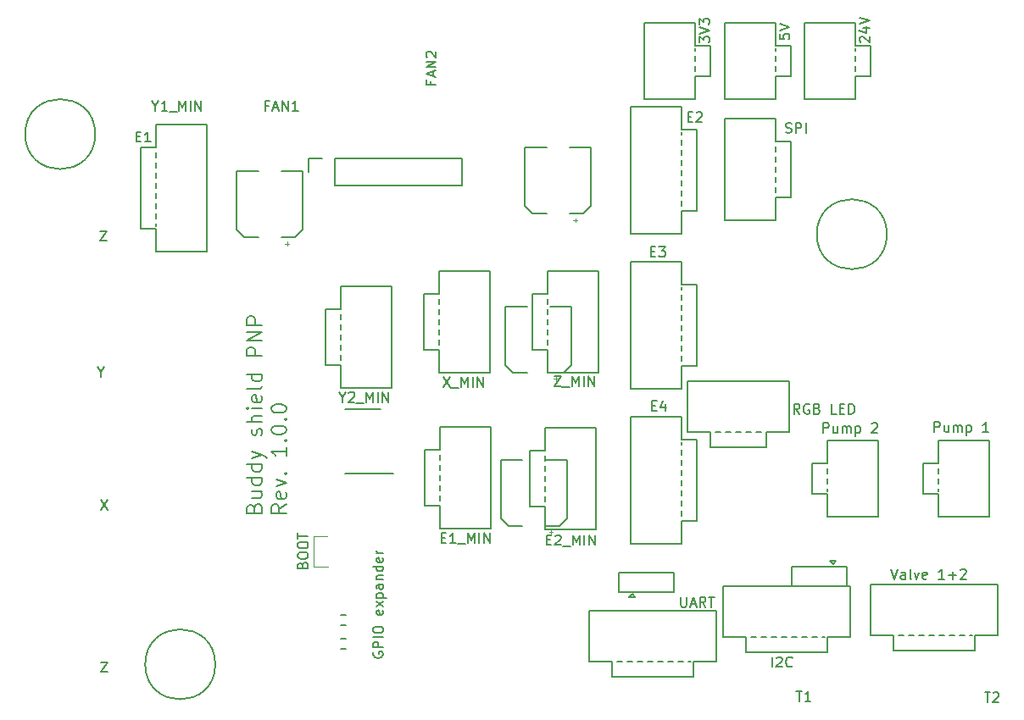
<source format=gto>
G04 #@! TF.GenerationSoftware,KiCad,Pcbnew,6.0.6-3a73a75311~116~ubuntu20.04.1*
G04 #@! TF.CreationDate,2022-07-28T13:36:28+02:00*
G04 #@! TF.ProjectId,Buddy_shield_extractor,42756464-795f-4736-9869-656c645f6578,rev?*
G04 #@! TF.SameCoordinates,Original*
G04 #@! TF.FileFunction,Legend,Top*
G04 #@! TF.FilePolarity,Positive*
%FSLAX46Y46*%
G04 Gerber Fmt 4.6, Leading zero omitted, Abs format (unit mm)*
G04 Created by KiCad (PCBNEW 6.0.6-3a73a75311~116~ubuntu20.04.1) date 2022-07-28 13:36:28*
%MOMM*%
%LPD*%
G01*
G04 APERTURE LIST*
%ADD10C,0.120000*%
%ADD11C,0.153000*%
%ADD12C,0.150000*%
%ADD13C,0.100000*%
G04 APERTURE END LIST*
D10*
X127400000Y-111500000D02*
X126000000Y-111500000D01*
X126000000Y-111500000D02*
X126000000Y-114500000D01*
X126000000Y-114500000D02*
X127500000Y-114500000D01*
D11*
X121514285Y-68428571D02*
X121180952Y-68428571D01*
X121180952Y-68952380D02*
X121180952Y-67952380D01*
X121657142Y-67952380D01*
X121990476Y-68666666D02*
X122466666Y-68666666D01*
X121895238Y-68952380D02*
X122228571Y-67952380D01*
X122561904Y-68952380D01*
X122895238Y-68952380D02*
X122895238Y-67952380D01*
X123466666Y-68952380D01*
X123466666Y-67952380D01*
X124466666Y-68952380D02*
X123895238Y-68952380D01*
X124180952Y-68952380D02*
X124180952Y-67952380D01*
X124085714Y-68095238D01*
X123990476Y-68190476D01*
X123895238Y-68238095D01*
X138795238Y-111628571D02*
X139128571Y-111628571D01*
X139271428Y-112152380D02*
X138795238Y-112152380D01*
X138795238Y-111152380D01*
X139271428Y-111152380D01*
X140223809Y-112152380D02*
X139652380Y-112152380D01*
X139938095Y-112152380D02*
X139938095Y-111152380D01*
X139842857Y-111295238D01*
X139747619Y-111390476D01*
X139652380Y-111438095D01*
X140414285Y-112247619D02*
X141176190Y-112247619D01*
X141414285Y-112152380D02*
X141414285Y-111152380D01*
X141747619Y-111866666D01*
X142080952Y-111152380D01*
X142080952Y-112152380D01*
X142557142Y-112152380D02*
X142557142Y-111152380D01*
X143033333Y-112152380D02*
X143033333Y-111152380D01*
X143604761Y-112152380D01*
X143604761Y-111152380D01*
X172552380Y-61290476D02*
X172552380Y-61766666D01*
X173028571Y-61814285D01*
X172980952Y-61766666D01*
X172933333Y-61671428D01*
X172933333Y-61433333D01*
X172980952Y-61338095D01*
X173028571Y-61290476D01*
X173123809Y-61242857D01*
X173361904Y-61242857D01*
X173457142Y-61290476D01*
X173504761Y-61338095D01*
X173552380Y-61433333D01*
X173552380Y-61671428D01*
X173504761Y-61766666D01*
X173457142Y-61814285D01*
X172552380Y-60957142D02*
X173552380Y-60623809D01*
X172552380Y-60290476D01*
X104666666Y-80952380D02*
X105333333Y-80952380D01*
X104666666Y-81952380D01*
X105333333Y-81952380D01*
X108309523Y-71528571D02*
X108642857Y-71528571D01*
X108785714Y-72052380D02*
X108309523Y-72052380D01*
X108309523Y-71052380D01*
X108785714Y-71052380D01*
X109738095Y-72052380D02*
X109166666Y-72052380D01*
X109452380Y-72052380D02*
X109452380Y-71052380D01*
X109357142Y-71195238D01*
X109261904Y-71290476D01*
X109166666Y-71338095D01*
X183690476Y-114752380D02*
X184023809Y-115752380D01*
X184357142Y-114752380D01*
X185119047Y-115752380D02*
X185119047Y-115228571D01*
X185071428Y-115133333D01*
X184976190Y-115085714D01*
X184785714Y-115085714D01*
X184690476Y-115133333D01*
X185119047Y-115704761D02*
X185023809Y-115752380D01*
X184785714Y-115752380D01*
X184690476Y-115704761D01*
X184642857Y-115609523D01*
X184642857Y-115514285D01*
X184690476Y-115419047D01*
X184785714Y-115371428D01*
X185023809Y-115371428D01*
X185119047Y-115323809D01*
X185738095Y-115752380D02*
X185642857Y-115704761D01*
X185595238Y-115609523D01*
X185595238Y-114752380D01*
X186023809Y-115085714D02*
X186261904Y-115752380D01*
X186500000Y-115085714D01*
X187261904Y-115704761D02*
X187166666Y-115752380D01*
X186976190Y-115752380D01*
X186880952Y-115704761D01*
X186833333Y-115609523D01*
X186833333Y-115228571D01*
X186880952Y-115133333D01*
X186976190Y-115085714D01*
X187166666Y-115085714D01*
X187261904Y-115133333D01*
X187309523Y-115228571D01*
X187309523Y-115323809D01*
X186833333Y-115419047D01*
X189023809Y-115752380D02*
X188452380Y-115752380D01*
X188738095Y-115752380D02*
X188738095Y-114752380D01*
X188642857Y-114895238D01*
X188547619Y-114990476D01*
X188452380Y-115038095D01*
X189452380Y-115371428D02*
X190214285Y-115371428D01*
X189833333Y-115752380D02*
X189833333Y-114990476D01*
X190642857Y-114847619D02*
X190690476Y-114800000D01*
X190785714Y-114752380D01*
X191023809Y-114752380D01*
X191119047Y-114800000D01*
X191166666Y-114847619D01*
X191214285Y-114942857D01*
X191214285Y-115038095D01*
X191166666Y-115180952D01*
X190595238Y-115752380D01*
X191214285Y-115752380D01*
X163409523Y-69528571D02*
X163742857Y-69528571D01*
X163885714Y-70052380D02*
X163409523Y-70052380D01*
X163409523Y-69052380D01*
X163885714Y-69052380D01*
X164266666Y-69147619D02*
X164314285Y-69100000D01*
X164409523Y-69052380D01*
X164647619Y-69052380D01*
X164742857Y-69100000D01*
X164790476Y-69147619D01*
X164838095Y-69242857D01*
X164838095Y-69338095D01*
X164790476Y-69480952D01*
X164219047Y-70052380D01*
X164838095Y-70052380D01*
X159709523Y-83028571D02*
X160042857Y-83028571D01*
X160185714Y-83552380D02*
X159709523Y-83552380D01*
X159709523Y-82552380D01*
X160185714Y-82552380D01*
X160519047Y-82552380D02*
X161138095Y-82552380D01*
X160804761Y-82933333D01*
X160947619Y-82933333D01*
X161042857Y-82980952D01*
X161090476Y-83028571D01*
X161138095Y-83123809D01*
X161138095Y-83361904D01*
X161090476Y-83457142D01*
X161042857Y-83504761D01*
X160947619Y-83552380D01*
X160661904Y-83552380D01*
X160566666Y-83504761D01*
X160519047Y-83457142D01*
X132000000Y-123061904D02*
X131952380Y-123157142D01*
X131952380Y-123300000D01*
X132000000Y-123442857D01*
X132095238Y-123538095D01*
X132190476Y-123585714D01*
X132380952Y-123633333D01*
X132523809Y-123633333D01*
X132714285Y-123585714D01*
X132809523Y-123538095D01*
X132904761Y-123442857D01*
X132952380Y-123300000D01*
X132952380Y-123204761D01*
X132904761Y-123061904D01*
X132857142Y-123014285D01*
X132523809Y-123014285D01*
X132523809Y-123204761D01*
X132952380Y-122585714D02*
X131952380Y-122585714D01*
X131952380Y-122204761D01*
X132000000Y-122109523D01*
X132047619Y-122061904D01*
X132142857Y-122014285D01*
X132285714Y-122014285D01*
X132380952Y-122061904D01*
X132428571Y-122109523D01*
X132476190Y-122204761D01*
X132476190Y-122585714D01*
X132952380Y-121585714D02*
X131952380Y-121585714D01*
X131952380Y-120919047D02*
X131952380Y-120728571D01*
X132000000Y-120633333D01*
X132095238Y-120538095D01*
X132285714Y-120490476D01*
X132619047Y-120490476D01*
X132809523Y-120538095D01*
X132904761Y-120633333D01*
X132952380Y-120728571D01*
X132952380Y-120919047D01*
X132904761Y-121014285D01*
X132809523Y-121109523D01*
X132619047Y-121157142D01*
X132285714Y-121157142D01*
X132095238Y-121109523D01*
X132000000Y-121014285D01*
X131952380Y-120919047D01*
X132904761Y-118919047D02*
X132952380Y-119014285D01*
X132952380Y-119204761D01*
X132904761Y-119300000D01*
X132809523Y-119347619D01*
X132428571Y-119347619D01*
X132333333Y-119300000D01*
X132285714Y-119204761D01*
X132285714Y-119014285D01*
X132333333Y-118919047D01*
X132428571Y-118871428D01*
X132523809Y-118871428D01*
X132619047Y-119347619D01*
X132952380Y-118538095D02*
X132285714Y-118014285D01*
X132285714Y-118538095D02*
X132952380Y-118014285D01*
X132285714Y-117633333D02*
X133285714Y-117633333D01*
X132333333Y-117633333D02*
X132285714Y-117538095D01*
X132285714Y-117347619D01*
X132333333Y-117252380D01*
X132380952Y-117204761D01*
X132476190Y-117157142D01*
X132761904Y-117157142D01*
X132857142Y-117204761D01*
X132904761Y-117252380D01*
X132952380Y-117347619D01*
X132952380Y-117538095D01*
X132904761Y-117633333D01*
X132952380Y-116300000D02*
X132428571Y-116300000D01*
X132333333Y-116347619D01*
X132285714Y-116442857D01*
X132285714Y-116633333D01*
X132333333Y-116728571D01*
X132904761Y-116300000D02*
X132952380Y-116395238D01*
X132952380Y-116633333D01*
X132904761Y-116728571D01*
X132809523Y-116776190D01*
X132714285Y-116776190D01*
X132619047Y-116728571D01*
X132571428Y-116633333D01*
X132571428Y-116395238D01*
X132523809Y-116300000D01*
X132285714Y-115823809D02*
X132952380Y-115823809D01*
X132380952Y-115823809D02*
X132333333Y-115776190D01*
X132285714Y-115680952D01*
X132285714Y-115538095D01*
X132333333Y-115442857D01*
X132428571Y-115395238D01*
X132952380Y-115395238D01*
X132952380Y-114490476D02*
X131952380Y-114490476D01*
X132904761Y-114490476D02*
X132952380Y-114585714D01*
X132952380Y-114776190D01*
X132904761Y-114871428D01*
X132857142Y-114919047D01*
X132761904Y-114966666D01*
X132476190Y-114966666D01*
X132380952Y-114919047D01*
X132333333Y-114871428D01*
X132285714Y-114776190D01*
X132285714Y-114585714D01*
X132333333Y-114490476D01*
X132904761Y-113633333D02*
X132952380Y-113728571D01*
X132952380Y-113919047D01*
X132904761Y-114014285D01*
X132809523Y-114061904D01*
X132428571Y-114061904D01*
X132333333Y-114014285D01*
X132285714Y-113919047D01*
X132285714Y-113728571D01*
X132333333Y-113633333D01*
X132428571Y-113585714D01*
X132523809Y-113585714D01*
X132619047Y-114061904D01*
X132952380Y-113157142D02*
X132285714Y-113157142D01*
X132476190Y-113157142D02*
X132380952Y-113109523D01*
X132333333Y-113061904D01*
X132285714Y-112966666D01*
X132285714Y-112871428D01*
X174571428Y-99252380D02*
X174238095Y-98776190D01*
X174000000Y-99252380D02*
X174000000Y-98252380D01*
X174380952Y-98252380D01*
X174476190Y-98300000D01*
X174523809Y-98347619D01*
X174571428Y-98442857D01*
X174571428Y-98585714D01*
X174523809Y-98680952D01*
X174476190Y-98728571D01*
X174380952Y-98776190D01*
X174000000Y-98776190D01*
X175523809Y-98300000D02*
X175428571Y-98252380D01*
X175285714Y-98252380D01*
X175142857Y-98300000D01*
X175047619Y-98395238D01*
X175000000Y-98490476D01*
X174952380Y-98680952D01*
X174952380Y-98823809D01*
X175000000Y-99014285D01*
X175047619Y-99109523D01*
X175142857Y-99204761D01*
X175285714Y-99252380D01*
X175380952Y-99252380D01*
X175523809Y-99204761D01*
X175571428Y-99157142D01*
X175571428Y-98823809D01*
X175380952Y-98823809D01*
X176333333Y-98728571D02*
X176476190Y-98776190D01*
X176523809Y-98823809D01*
X176571428Y-98919047D01*
X176571428Y-99061904D01*
X176523809Y-99157142D01*
X176476190Y-99204761D01*
X176380952Y-99252380D01*
X176000000Y-99252380D01*
X176000000Y-98252380D01*
X176333333Y-98252380D01*
X176428571Y-98300000D01*
X176476190Y-98347619D01*
X176523809Y-98442857D01*
X176523809Y-98538095D01*
X176476190Y-98633333D01*
X176428571Y-98680952D01*
X176333333Y-98728571D01*
X176000000Y-98728571D01*
X178238095Y-99252380D02*
X177761904Y-99252380D01*
X177761904Y-98252380D01*
X178571428Y-98728571D02*
X178904761Y-98728571D01*
X179047619Y-99252380D02*
X178571428Y-99252380D01*
X178571428Y-98252380D01*
X179047619Y-98252380D01*
X179476190Y-99252380D02*
X179476190Y-98252380D01*
X179714285Y-98252380D01*
X179857142Y-98300000D01*
X179952380Y-98395238D01*
X180000000Y-98490476D01*
X180047619Y-98680952D01*
X180047619Y-98823809D01*
X180000000Y-99014285D01*
X179952380Y-99109523D01*
X179857142Y-99204761D01*
X179714285Y-99252380D01*
X179476190Y-99252380D01*
D12*
X124928571Y-114357142D02*
X124976190Y-114214285D01*
X125023809Y-114166666D01*
X125119047Y-114119047D01*
X125261904Y-114119047D01*
X125357142Y-114166666D01*
X125404761Y-114214285D01*
X125452380Y-114309523D01*
X125452380Y-114690476D01*
X124452380Y-114690476D01*
X124452380Y-114357142D01*
X124500000Y-114261904D01*
X124547619Y-114214285D01*
X124642857Y-114166666D01*
X124738095Y-114166666D01*
X124833333Y-114214285D01*
X124880952Y-114261904D01*
X124928571Y-114357142D01*
X124928571Y-114690476D01*
X124452380Y-113500000D02*
X124452380Y-113309523D01*
X124500000Y-113214285D01*
X124595238Y-113119047D01*
X124785714Y-113071428D01*
X125119047Y-113071428D01*
X125309523Y-113119047D01*
X125404761Y-113214285D01*
X125452380Y-113309523D01*
X125452380Y-113500000D01*
X125404761Y-113595238D01*
X125309523Y-113690476D01*
X125119047Y-113738095D01*
X124785714Y-113738095D01*
X124595238Y-113690476D01*
X124500000Y-113595238D01*
X124452380Y-113500000D01*
X124452380Y-112452380D02*
X124452380Y-112261904D01*
X124500000Y-112166666D01*
X124595238Y-112071428D01*
X124785714Y-112023809D01*
X125119047Y-112023809D01*
X125309523Y-112071428D01*
X125404761Y-112166666D01*
X125452380Y-112261904D01*
X125452380Y-112452380D01*
X125404761Y-112547619D01*
X125309523Y-112642857D01*
X125119047Y-112690476D01*
X124785714Y-112690476D01*
X124595238Y-112642857D01*
X124500000Y-112547619D01*
X124452380Y-112452380D01*
X124452380Y-111738095D02*
X124452380Y-111166666D01*
X125452380Y-111452380D02*
X124452380Y-111452380D01*
D11*
X138952380Y-95552380D02*
X139619047Y-96552380D01*
X139619047Y-95552380D02*
X138952380Y-96552380D01*
X139761904Y-96647619D02*
X140523809Y-96647619D01*
X140761904Y-96552380D02*
X140761904Y-95552380D01*
X141095238Y-96266666D01*
X141428571Y-95552380D01*
X141428571Y-96552380D01*
X141904761Y-96552380D02*
X141904761Y-95552380D01*
X142380952Y-96552380D02*
X142380952Y-95552380D01*
X142952380Y-96552380D01*
X142952380Y-95552380D01*
X188009523Y-101052380D02*
X188009523Y-100052380D01*
X188390476Y-100052380D01*
X188485714Y-100100000D01*
X188533333Y-100147619D01*
X188580952Y-100242857D01*
X188580952Y-100385714D01*
X188533333Y-100480952D01*
X188485714Y-100528571D01*
X188390476Y-100576190D01*
X188009523Y-100576190D01*
X189438095Y-100385714D02*
X189438095Y-101052380D01*
X189009523Y-100385714D02*
X189009523Y-100909523D01*
X189057142Y-101004761D01*
X189152380Y-101052380D01*
X189295238Y-101052380D01*
X189390476Y-101004761D01*
X189438095Y-100957142D01*
X189914285Y-101052380D02*
X189914285Y-100385714D01*
X189914285Y-100480952D02*
X189961904Y-100433333D01*
X190057142Y-100385714D01*
X190200000Y-100385714D01*
X190295238Y-100433333D01*
X190342857Y-100528571D01*
X190342857Y-101052380D01*
X190342857Y-100528571D02*
X190390476Y-100433333D01*
X190485714Y-100385714D01*
X190628571Y-100385714D01*
X190723809Y-100433333D01*
X190771428Y-100528571D01*
X190771428Y-101052380D01*
X191247619Y-100385714D02*
X191247619Y-101385714D01*
X191247619Y-100433333D02*
X191342857Y-100385714D01*
X191533333Y-100385714D01*
X191628571Y-100433333D01*
X191676190Y-100480952D01*
X191723809Y-100576190D01*
X191723809Y-100861904D01*
X191676190Y-100957142D01*
X191628571Y-101004761D01*
X191533333Y-101052380D01*
X191342857Y-101052380D01*
X191247619Y-101004761D01*
X193438095Y-101052380D02*
X192866666Y-101052380D01*
X193152380Y-101052380D02*
X193152380Y-100052380D01*
X193057142Y-100195238D01*
X192961904Y-100290476D01*
X192866666Y-100338095D01*
X173176190Y-71104761D02*
X173319047Y-71152380D01*
X173557142Y-71152380D01*
X173652380Y-71104761D01*
X173700000Y-71057142D01*
X173747619Y-70961904D01*
X173747619Y-70866666D01*
X173700000Y-70771428D01*
X173652380Y-70723809D01*
X173557142Y-70676190D01*
X173366666Y-70628571D01*
X173271428Y-70580952D01*
X173223809Y-70533333D01*
X173176190Y-70438095D01*
X173176190Y-70342857D01*
X173223809Y-70247619D01*
X173271428Y-70200000D01*
X173366666Y-70152380D01*
X173604761Y-70152380D01*
X173747619Y-70200000D01*
X174176190Y-71152380D02*
X174176190Y-70152380D01*
X174557142Y-70152380D01*
X174652380Y-70200000D01*
X174700000Y-70247619D01*
X174747619Y-70342857D01*
X174747619Y-70485714D01*
X174700000Y-70580952D01*
X174652380Y-70628571D01*
X174557142Y-70676190D01*
X174176190Y-70676190D01*
X175176190Y-71152380D02*
X175176190Y-70152380D01*
X110209523Y-68476190D02*
X110209523Y-68952380D01*
X109876190Y-67952380D02*
X110209523Y-68476190D01*
X110542857Y-67952380D01*
X111400000Y-68952380D02*
X110828571Y-68952380D01*
X111114285Y-68952380D02*
X111114285Y-67952380D01*
X111019047Y-68095238D01*
X110923809Y-68190476D01*
X110828571Y-68238095D01*
X111590476Y-69047619D02*
X112352380Y-69047619D01*
X112590476Y-68952380D02*
X112590476Y-67952380D01*
X112923809Y-68666666D01*
X113257142Y-67952380D01*
X113257142Y-68952380D01*
X113733333Y-68952380D02*
X113733333Y-67952380D01*
X114209523Y-68952380D02*
X114209523Y-67952380D01*
X114780952Y-68952380D01*
X114780952Y-67952380D01*
X176909523Y-101152380D02*
X176909523Y-100152380D01*
X177290476Y-100152380D01*
X177385714Y-100200000D01*
X177433333Y-100247619D01*
X177480952Y-100342857D01*
X177480952Y-100485714D01*
X177433333Y-100580952D01*
X177385714Y-100628571D01*
X177290476Y-100676190D01*
X176909523Y-100676190D01*
X178338095Y-100485714D02*
X178338095Y-101152380D01*
X177909523Y-100485714D02*
X177909523Y-101009523D01*
X177957142Y-101104761D01*
X178052380Y-101152380D01*
X178195238Y-101152380D01*
X178290476Y-101104761D01*
X178338095Y-101057142D01*
X178814285Y-101152380D02*
X178814285Y-100485714D01*
X178814285Y-100580952D02*
X178861904Y-100533333D01*
X178957142Y-100485714D01*
X179100000Y-100485714D01*
X179195238Y-100533333D01*
X179242857Y-100628571D01*
X179242857Y-101152380D01*
X179242857Y-100628571D02*
X179290476Y-100533333D01*
X179385714Y-100485714D01*
X179528571Y-100485714D01*
X179623809Y-100533333D01*
X179671428Y-100628571D01*
X179671428Y-101152380D01*
X180147619Y-100485714D02*
X180147619Y-101485714D01*
X180147619Y-100533333D02*
X180242857Y-100485714D01*
X180433333Y-100485714D01*
X180528571Y-100533333D01*
X180576190Y-100580952D01*
X180623809Y-100676190D01*
X180623809Y-100961904D01*
X180576190Y-101057142D01*
X180528571Y-101104761D01*
X180433333Y-101152380D01*
X180242857Y-101152380D01*
X180147619Y-101104761D01*
X181766666Y-100247619D02*
X181814285Y-100200000D01*
X181909523Y-100152380D01*
X182147619Y-100152380D01*
X182242857Y-100200000D01*
X182290476Y-100247619D01*
X182338095Y-100342857D01*
X182338095Y-100438095D01*
X182290476Y-100580952D01*
X181719047Y-101152380D01*
X182338095Y-101152380D01*
X120085357Y-108643407D02*
X120156785Y-108429121D01*
X120228214Y-108357692D01*
X120371071Y-108286264D01*
X120585357Y-108286264D01*
X120728214Y-108357692D01*
X120799642Y-108429121D01*
X120871071Y-108571978D01*
X120871071Y-109143407D01*
X119371071Y-109143407D01*
X119371071Y-108643407D01*
X119442500Y-108500550D01*
X119513928Y-108429121D01*
X119656785Y-108357692D01*
X119799642Y-108357692D01*
X119942500Y-108429121D01*
X120013928Y-108500550D01*
X120085357Y-108643407D01*
X120085357Y-109143407D01*
X119871071Y-107000550D02*
X120871071Y-107000550D01*
X119871071Y-107643407D02*
X120656785Y-107643407D01*
X120799642Y-107571978D01*
X120871071Y-107429121D01*
X120871071Y-107214835D01*
X120799642Y-107071978D01*
X120728214Y-107000550D01*
X120871071Y-105643407D02*
X119371071Y-105643407D01*
X120799642Y-105643407D02*
X120871071Y-105786264D01*
X120871071Y-106071978D01*
X120799642Y-106214835D01*
X120728214Y-106286264D01*
X120585357Y-106357692D01*
X120156785Y-106357692D01*
X120013928Y-106286264D01*
X119942500Y-106214835D01*
X119871071Y-106071978D01*
X119871071Y-105786264D01*
X119942500Y-105643407D01*
X120871071Y-104286264D02*
X119371071Y-104286264D01*
X120799642Y-104286264D02*
X120871071Y-104429121D01*
X120871071Y-104714835D01*
X120799642Y-104857692D01*
X120728214Y-104929121D01*
X120585357Y-105000550D01*
X120156785Y-105000550D01*
X120013928Y-104929121D01*
X119942500Y-104857692D01*
X119871071Y-104714835D01*
X119871071Y-104429121D01*
X119942500Y-104286264D01*
X119871071Y-103714835D02*
X120871071Y-103357692D01*
X119871071Y-103000550D02*
X120871071Y-103357692D01*
X121228214Y-103500550D01*
X121299642Y-103571978D01*
X121371071Y-103714835D01*
X120799642Y-101357692D02*
X120871071Y-101214835D01*
X120871071Y-100929121D01*
X120799642Y-100786264D01*
X120656785Y-100714835D01*
X120585357Y-100714835D01*
X120442500Y-100786264D01*
X120371071Y-100929121D01*
X120371071Y-101143407D01*
X120299642Y-101286264D01*
X120156785Y-101357692D01*
X120085357Y-101357692D01*
X119942500Y-101286264D01*
X119871071Y-101143407D01*
X119871071Y-100929121D01*
X119942500Y-100786264D01*
X120871071Y-100071978D02*
X119371071Y-100071978D01*
X120871071Y-99429121D02*
X120085357Y-99429121D01*
X119942500Y-99500550D01*
X119871071Y-99643407D01*
X119871071Y-99857692D01*
X119942500Y-100000550D01*
X120013928Y-100071978D01*
X120871071Y-98714835D02*
X119871071Y-98714835D01*
X119371071Y-98714835D02*
X119442500Y-98786264D01*
X119513928Y-98714835D01*
X119442500Y-98643407D01*
X119371071Y-98714835D01*
X119513928Y-98714835D01*
X120799642Y-97429121D02*
X120871071Y-97571978D01*
X120871071Y-97857692D01*
X120799642Y-98000550D01*
X120656785Y-98071978D01*
X120085357Y-98071978D01*
X119942500Y-98000550D01*
X119871071Y-97857692D01*
X119871071Y-97571978D01*
X119942500Y-97429121D01*
X120085357Y-97357692D01*
X120228214Y-97357692D01*
X120371071Y-98071978D01*
X120871071Y-96500550D02*
X120799642Y-96643407D01*
X120656785Y-96714835D01*
X119371071Y-96714835D01*
X120871071Y-95286264D02*
X119371071Y-95286264D01*
X120799642Y-95286264D02*
X120871071Y-95429121D01*
X120871071Y-95714835D01*
X120799642Y-95857692D01*
X120728214Y-95929121D01*
X120585357Y-96000550D01*
X120156785Y-96000550D01*
X120013928Y-95929121D01*
X119942500Y-95857692D01*
X119871071Y-95714835D01*
X119871071Y-95429121D01*
X119942500Y-95286264D01*
X120871071Y-93429121D02*
X119371071Y-93429121D01*
X119371071Y-92857692D01*
X119442500Y-92714835D01*
X119513928Y-92643407D01*
X119656785Y-92571978D01*
X119871071Y-92571978D01*
X120013928Y-92643407D01*
X120085357Y-92714835D01*
X120156785Y-92857692D01*
X120156785Y-93429121D01*
X120871071Y-91929121D02*
X119371071Y-91929121D01*
X120871071Y-91071978D01*
X119371071Y-91071978D01*
X120871071Y-90357692D02*
X119371071Y-90357692D01*
X119371071Y-89786264D01*
X119442500Y-89643407D01*
X119513928Y-89571978D01*
X119656785Y-89500550D01*
X119871071Y-89500550D01*
X120013928Y-89571978D01*
X120085357Y-89643407D01*
X120156785Y-89786264D01*
X120156785Y-90357692D01*
X123286071Y-108286264D02*
X122571785Y-108786264D01*
X123286071Y-109143407D02*
X121786071Y-109143407D01*
X121786071Y-108571978D01*
X121857500Y-108429121D01*
X121928928Y-108357692D01*
X122071785Y-108286264D01*
X122286071Y-108286264D01*
X122428928Y-108357692D01*
X122500357Y-108429121D01*
X122571785Y-108571978D01*
X122571785Y-109143407D01*
X123214642Y-107071978D02*
X123286071Y-107214835D01*
X123286071Y-107500550D01*
X123214642Y-107643407D01*
X123071785Y-107714835D01*
X122500357Y-107714835D01*
X122357500Y-107643407D01*
X122286071Y-107500550D01*
X122286071Y-107214835D01*
X122357500Y-107071978D01*
X122500357Y-107000550D01*
X122643214Y-107000550D01*
X122786071Y-107714835D01*
X122286071Y-106500550D02*
X123286071Y-106143407D01*
X122286071Y-105786264D01*
X123143214Y-105214835D02*
X123214642Y-105143407D01*
X123286071Y-105214835D01*
X123214642Y-105286264D01*
X123143214Y-105214835D01*
X123286071Y-105214835D01*
X123286071Y-102571978D02*
X123286071Y-103429121D01*
X123286071Y-103000550D02*
X121786071Y-103000550D01*
X122000357Y-103143407D01*
X122143214Y-103286264D01*
X122214642Y-103429121D01*
X123143214Y-101929121D02*
X123214642Y-101857692D01*
X123286071Y-101929121D01*
X123214642Y-102000550D01*
X123143214Y-101929121D01*
X123286071Y-101929121D01*
X121786071Y-100929121D02*
X121786071Y-100786264D01*
X121857500Y-100643407D01*
X121928928Y-100571978D01*
X122071785Y-100500550D01*
X122357500Y-100429121D01*
X122714642Y-100429121D01*
X123000357Y-100500550D01*
X123143214Y-100571978D01*
X123214642Y-100643407D01*
X123286071Y-100786264D01*
X123286071Y-100929121D01*
X123214642Y-101071978D01*
X123143214Y-101143407D01*
X123000357Y-101214835D01*
X122714642Y-101286264D01*
X122357500Y-101286264D01*
X122071785Y-101214835D01*
X121928928Y-101143407D01*
X121857500Y-101071978D01*
X121786071Y-100929121D01*
X123143214Y-99786264D02*
X123214642Y-99714835D01*
X123286071Y-99786264D01*
X123214642Y-99857692D01*
X123143214Y-99786264D01*
X123286071Y-99786264D01*
X121786071Y-98786264D02*
X121786071Y-98643407D01*
X121857500Y-98500550D01*
X121928928Y-98429121D01*
X122071785Y-98357692D01*
X122357500Y-98286264D01*
X122714642Y-98286264D01*
X123000357Y-98357692D01*
X123143214Y-98429121D01*
X123214642Y-98500550D01*
X123286071Y-98643407D01*
X123286071Y-98786264D01*
X123214642Y-98929121D01*
X123143214Y-99000550D01*
X123000357Y-99071978D01*
X122714642Y-99143407D01*
X122357500Y-99143407D01*
X122071785Y-99071978D01*
X121928928Y-99000550D01*
X121857500Y-98929121D01*
X121786071Y-98786264D01*
X104800000Y-95076190D02*
X104800000Y-95552380D01*
X104466666Y-94552380D02*
X104800000Y-95076190D01*
X105133333Y-94552380D01*
X164552380Y-62138095D02*
X164552380Y-61519047D01*
X164933333Y-61852380D01*
X164933333Y-61709523D01*
X164980952Y-61614285D01*
X165028571Y-61566666D01*
X165123809Y-61519047D01*
X165361904Y-61519047D01*
X165457142Y-61566666D01*
X165504761Y-61614285D01*
X165552380Y-61709523D01*
X165552380Y-61995238D01*
X165504761Y-62090476D01*
X165457142Y-62138095D01*
X164552380Y-61233333D02*
X165552380Y-60900000D01*
X164552380Y-60566666D01*
X164552380Y-60328571D02*
X164552380Y-59709523D01*
X164933333Y-60042857D01*
X164933333Y-59900000D01*
X164980952Y-59804761D01*
X165028571Y-59757142D01*
X165123809Y-59709523D01*
X165361904Y-59709523D01*
X165457142Y-59757142D01*
X165504761Y-59804761D01*
X165552380Y-59900000D01*
X165552380Y-60185714D01*
X165504761Y-60280952D01*
X165457142Y-60328571D01*
X162704761Y-117552380D02*
X162704761Y-118361904D01*
X162752380Y-118457142D01*
X162800000Y-118504761D01*
X162895238Y-118552380D01*
X163085714Y-118552380D01*
X163180952Y-118504761D01*
X163228571Y-118457142D01*
X163276190Y-118361904D01*
X163276190Y-117552380D01*
X163704761Y-118266666D02*
X164180952Y-118266666D01*
X163609523Y-118552380D02*
X163942857Y-117552380D01*
X164276190Y-118552380D01*
X165180952Y-118552380D02*
X164847619Y-118076190D01*
X164609523Y-118552380D02*
X164609523Y-117552380D01*
X164990476Y-117552380D01*
X165085714Y-117600000D01*
X165133333Y-117647619D01*
X165180952Y-117742857D01*
X165180952Y-117885714D01*
X165133333Y-117980952D01*
X165085714Y-118028571D01*
X164990476Y-118076190D01*
X164609523Y-118076190D01*
X165466666Y-117552380D02*
X166038095Y-117552380D01*
X165752380Y-118552380D02*
X165752380Y-117552380D01*
X104766666Y-124052380D02*
X105433333Y-124052380D01*
X104766666Y-125052380D01*
X105433333Y-125052380D01*
X128909523Y-97576190D02*
X128909523Y-98052380D01*
X128576190Y-97052380D02*
X128909523Y-97576190D01*
X129242857Y-97052380D01*
X129528571Y-97147619D02*
X129576190Y-97100000D01*
X129671428Y-97052380D01*
X129909523Y-97052380D01*
X130004761Y-97100000D01*
X130052380Y-97147619D01*
X130100000Y-97242857D01*
X130100000Y-97338095D01*
X130052380Y-97480952D01*
X129480952Y-98052380D01*
X130100000Y-98052380D01*
X130290476Y-98147619D02*
X131052380Y-98147619D01*
X131290476Y-98052380D02*
X131290476Y-97052380D01*
X131623809Y-97766666D01*
X131957142Y-97052380D01*
X131957142Y-98052380D01*
X132433333Y-98052380D02*
X132433333Y-97052380D01*
X132909523Y-98052380D02*
X132909523Y-97052380D01*
X133480952Y-98052380D01*
X133480952Y-97052380D01*
X137728571Y-65985714D02*
X137728571Y-66319047D01*
X138252380Y-66319047D02*
X137252380Y-66319047D01*
X137252380Y-65842857D01*
X137966666Y-65509523D02*
X137966666Y-65033333D01*
X138252380Y-65604761D02*
X137252380Y-65271428D01*
X138252380Y-64938095D01*
X138252380Y-64604761D02*
X137252380Y-64604761D01*
X138252380Y-64033333D01*
X137252380Y-64033333D01*
X137347619Y-63604761D02*
X137300000Y-63557142D01*
X137252380Y-63461904D01*
X137252380Y-63223809D01*
X137300000Y-63128571D01*
X137347619Y-63080952D01*
X137442857Y-63033333D01*
X137538095Y-63033333D01*
X137680952Y-63080952D01*
X138252380Y-63652380D01*
X138252380Y-63033333D01*
X149295238Y-111828571D02*
X149628571Y-111828571D01*
X149771428Y-112352380D02*
X149295238Y-112352380D01*
X149295238Y-111352380D01*
X149771428Y-111352380D01*
X150152380Y-111447619D02*
X150200000Y-111400000D01*
X150295238Y-111352380D01*
X150533333Y-111352380D01*
X150628571Y-111400000D01*
X150676190Y-111447619D01*
X150723809Y-111542857D01*
X150723809Y-111638095D01*
X150676190Y-111780952D01*
X150104761Y-112352380D01*
X150723809Y-112352380D01*
X150914285Y-112447619D02*
X151676190Y-112447619D01*
X151914285Y-112352380D02*
X151914285Y-111352380D01*
X152247619Y-112066666D01*
X152580952Y-111352380D01*
X152580952Y-112352380D01*
X153057142Y-112352380D02*
X153057142Y-111352380D01*
X153533333Y-112352380D02*
X153533333Y-111352380D01*
X154104761Y-112352380D01*
X154104761Y-111352380D01*
X104766666Y-107852380D02*
X105433333Y-108852380D01*
X105433333Y-107852380D02*
X104766666Y-108852380D01*
X180647619Y-62090476D02*
X180600000Y-62042857D01*
X180552380Y-61947619D01*
X180552380Y-61709523D01*
X180600000Y-61614285D01*
X180647619Y-61566666D01*
X180742857Y-61519047D01*
X180838095Y-61519047D01*
X180980952Y-61566666D01*
X181552380Y-62138095D01*
X181552380Y-61519047D01*
X180885714Y-60661904D02*
X181552380Y-60661904D01*
X180504761Y-60900000D02*
X181219047Y-61138095D01*
X181219047Y-60519047D01*
X180552380Y-60280952D02*
X181552380Y-59947619D01*
X180552380Y-59614285D01*
X150052380Y-95452380D02*
X150719047Y-95452380D01*
X150052380Y-96452380D01*
X150719047Y-96452380D01*
X150861904Y-96547619D02*
X151623809Y-96547619D01*
X151861904Y-96452380D02*
X151861904Y-95452380D01*
X152195238Y-96166666D01*
X152528571Y-95452380D01*
X152528571Y-96452380D01*
X153004761Y-96452380D02*
X153004761Y-95452380D01*
X153480952Y-96452380D02*
X153480952Y-95452380D01*
X154052380Y-96452380D01*
X154052380Y-95452380D01*
X159809523Y-98428571D02*
X160142857Y-98428571D01*
X160285714Y-98952380D02*
X159809523Y-98952380D01*
X159809523Y-97952380D01*
X160285714Y-97952380D01*
X161142857Y-98285714D02*
X161142857Y-98952380D01*
X160904761Y-97904761D02*
X160666666Y-98619047D01*
X161285714Y-98619047D01*
X193038095Y-127052380D02*
X193609523Y-127052380D01*
X193323809Y-128052380D02*
X193323809Y-127052380D01*
X193895238Y-127147619D02*
X193942857Y-127100000D01*
X194038095Y-127052380D01*
X194276190Y-127052380D01*
X194371428Y-127100000D01*
X194419047Y-127147619D01*
X194466666Y-127242857D01*
X194466666Y-127338095D01*
X194419047Y-127480952D01*
X193847619Y-128052380D01*
X194466666Y-128052380D01*
X171823809Y-124552380D02*
X171823809Y-123552380D01*
X172252380Y-123647619D02*
X172300000Y-123600000D01*
X172395238Y-123552380D01*
X172633333Y-123552380D01*
X172728571Y-123600000D01*
X172776190Y-123647619D01*
X172823809Y-123742857D01*
X172823809Y-123838095D01*
X172776190Y-123980952D01*
X172204761Y-124552380D01*
X172823809Y-124552380D01*
X173823809Y-124457142D02*
X173776190Y-124504761D01*
X173633333Y-124552380D01*
X173538095Y-124552380D01*
X173395238Y-124504761D01*
X173300000Y-124409523D01*
X173252380Y-124314285D01*
X173204761Y-124123809D01*
X173204761Y-123980952D01*
X173252380Y-123790476D01*
X173300000Y-123695238D01*
X173395238Y-123600000D01*
X173538095Y-123552380D01*
X173633333Y-123552380D01*
X173776190Y-123600000D01*
X173823809Y-123647619D01*
X174238095Y-126952380D02*
X174809523Y-126952380D01*
X174523809Y-127952380D02*
X174523809Y-126952380D01*
X175666666Y-127952380D02*
X175095238Y-127952380D01*
X175380952Y-127952380D02*
X175380952Y-126952380D01*
X175285714Y-127095238D01*
X175190476Y-127190476D01*
X175095238Y-127238095D01*
D13*
G04 #@! TO.C,C1*
X152160714Y-80065476D02*
X152160714Y-79684523D01*
X152351190Y-79875000D02*
X151970238Y-79875000D01*
G04 #@! TO.C,C2*
X123360714Y-82415476D02*
X123360714Y-82034523D01*
X123551190Y-82225000D02*
X123170238Y-82225000D01*
G04 #@! TO.C,C3*
X150210714Y-95915476D02*
X150210714Y-95534523D01*
X150401190Y-95725000D02*
X150020238Y-95725000D01*
G04 #@! TO.C,C4*
X149710714Y-111265476D02*
X149710714Y-110884523D01*
X149901190Y-111075000D02*
X149520238Y-111075000D01*
D11*
G04 #@! TO.C,J3*
X170208000Y-101030000D02*
X170716000Y-101030000D01*
X171224000Y-102554000D02*
X171224000Y-101030000D01*
X163350000Y-95950000D02*
X173510000Y-95950000D01*
X169192000Y-101030000D02*
X169700000Y-101030000D01*
X167160000Y-101030000D02*
X167668000Y-101030000D01*
X163350000Y-101030000D02*
X165636000Y-101030000D01*
X166144000Y-101030000D02*
X166652000Y-101030000D01*
X165636000Y-102554000D02*
X171224000Y-102554000D01*
X168176000Y-101030000D02*
X168684000Y-101030000D01*
X165636000Y-101030000D02*
X165636000Y-102554000D01*
X163350000Y-95950000D02*
X163350000Y-101030000D01*
X173510000Y-101030000D02*
X173510000Y-95950000D01*
X171224000Y-101030000D02*
X173510000Y-101030000D01*
G04 #@! TO.C,J7*
X182430000Y-101870000D02*
X182430000Y-109490000D01*
X177350000Y-104156000D02*
X175826000Y-104156000D01*
X177350000Y-101870000D02*
X177350000Y-104156000D01*
X175826000Y-107204000D02*
X177350000Y-107204000D01*
X177350000Y-109490000D02*
X182430000Y-109490000D01*
X177350000Y-107204000D02*
X177350000Y-109490000D01*
X177350000Y-104664000D02*
X177350000Y-105172000D01*
X175826000Y-104156000D02*
X175826000Y-107204000D01*
X177350000Y-105680000D02*
X177350000Y-106188000D01*
X177350000Y-106696000D02*
X177350000Y-106950000D01*
X182430000Y-101870000D02*
X177350000Y-101870000D01*
G04 #@! TO.C,J14*
X192104000Y-121400000D02*
X194390000Y-121400000D01*
X194390000Y-121400000D02*
X194390000Y-116320000D01*
X186516000Y-121400000D02*
X187024000Y-121400000D01*
X189564000Y-121400000D02*
X190072000Y-121400000D01*
X190580000Y-121400000D02*
X191088000Y-121400000D01*
X184484000Y-121400000D02*
X184992000Y-121400000D01*
X183976000Y-122924000D02*
X192104000Y-122924000D01*
X188548000Y-121400000D02*
X189056000Y-121400000D01*
X192104000Y-122924000D02*
X192104000Y-121400000D01*
X183976000Y-121400000D02*
X183976000Y-122924000D01*
X194390000Y-116320000D02*
X181690000Y-116320000D01*
X187532000Y-121400000D02*
X188040000Y-121400000D01*
X181690000Y-116320000D02*
X181690000Y-121400000D01*
X191596000Y-121400000D02*
X191850000Y-121400000D01*
X185500000Y-121400000D02*
X186008000Y-121400000D01*
X181690000Y-121400000D02*
X183976000Y-121400000D01*
G04 #@! TO.C,J25*
X149160000Y-104420000D02*
X149160000Y-104928000D01*
X149160000Y-110770000D02*
X154240000Y-110770000D01*
X147636000Y-102896000D02*
X147636000Y-108484000D01*
X149160000Y-107468000D02*
X149160000Y-107976000D01*
X149160000Y-102896000D02*
X147636000Y-102896000D01*
X149160000Y-100610000D02*
X149160000Y-102896000D01*
X147636000Y-108484000D02*
X149160000Y-108484000D01*
X149160000Y-105436000D02*
X149160000Y-105944000D01*
X154240000Y-100610000D02*
X149160000Y-100610000D01*
X149160000Y-108484000D02*
X149160000Y-110770000D01*
X149160000Y-103404000D02*
X149160000Y-103912000D01*
X154240000Y-100610000D02*
X154240000Y-110770000D01*
X149160000Y-106452000D02*
X149160000Y-106960000D01*
G04 #@! TO.C,J4*
X188400000Y-107244000D02*
X188400000Y-109530000D01*
X188400000Y-104704000D02*
X188400000Y-105212000D01*
X188400000Y-109530000D02*
X193480000Y-109530000D01*
X188400000Y-101910000D02*
X188400000Y-104196000D01*
X188400000Y-105720000D02*
X188400000Y-106228000D01*
X193480000Y-101910000D02*
X188400000Y-101910000D01*
X193480000Y-101910000D02*
X193480000Y-109530000D01*
X186876000Y-104196000D02*
X186876000Y-107244000D01*
X186876000Y-107244000D02*
X188400000Y-107244000D01*
X188400000Y-106736000D02*
X188400000Y-106990000D01*
X188400000Y-104196000D02*
X186876000Y-104196000D01*
G04 #@! TO.C,C1*
X147148000Y-72648000D02*
X149332400Y-72648000D01*
X153752000Y-78490000D02*
X152990000Y-79252000D01*
X153752000Y-72648000D02*
X151567600Y-72648000D01*
X153752000Y-72648000D02*
X153752000Y-78490000D01*
X152990000Y-79252000D02*
X151567600Y-79252000D01*
X147148000Y-78490000D02*
X147148000Y-72648000D01*
X147910000Y-79252000D02*
X147148000Y-78490000D01*
X147910000Y-79252000D02*
X149332400Y-79252000D01*
G04 #@! TO.C,C2*
X118348000Y-80840000D02*
X118348000Y-74998000D01*
X124952000Y-80840000D02*
X124190000Y-81602000D01*
X124190000Y-81602000D02*
X122767600Y-81602000D01*
X119110000Y-81602000D02*
X120532400Y-81602000D01*
X118348000Y-74998000D02*
X120532400Y-74998000D01*
X124952000Y-74998000D02*
X122767600Y-74998000D01*
X119110000Y-81602000D02*
X118348000Y-80840000D01*
X124952000Y-74998000D02*
X124952000Y-80840000D01*
G04 #@! TO.C,J24*
X137136000Y-102846000D02*
X137136000Y-108434000D01*
X138660000Y-100560000D02*
X138660000Y-102846000D01*
X138660000Y-110720000D02*
X143740000Y-110720000D01*
X138660000Y-103354000D02*
X138660000Y-103862000D01*
X138660000Y-105386000D02*
X138660000Y-105894000D01*
X138660000Y-102846000D02*
X137136000Y-102846000D01*
X143740000Y-100560000D02*
X138660000Y-100560000D01*
X137136000Y-108434000D02*
X138660000Y-108434000D01*
X138660000Y-104370000D02*
X138660000Y-104878000D01*
X138660000Y-107418000D02*
X138660000Y-107926000D01*
X138660000Y-108434000D02*
X138660000Y-110720000D01*
X143740000Y-100560000D02*
X143740000Y-110720000D01*
X138660000Y-106402000D02*
X138660000Y-106910000D01*
G04 #@! TO.C,J19*
X155790000Y-125546000D02*
X163918000Y-125546000D01*
X162394000Y-124022000D02*
X162902000Y-124022000D01*
X155790000Y-124022000D02*
X155790000Y-125546000D01*
X157314000Y-124022000D02*
X157822000Y-124022000D01*
X153504000Y-118942000D02*
X153504000Y-124022000D01*
X159346000Y-124022000D02*
X159854000Y-124022000D01*
X163918000Y-125546000D02*
X163918000Y-124022000D01*
X163918000Y-124022000D02*
X166204000Y-124022000D01*
X166204000Y-118942000D02*
X153504000Y-118942000D01*
X166204000Y-124022000D02*
X166204000Y-118942000D01*
X158330000Y-124022000D02*
X158838000Y-124022000D01*
X156298000Y-124022000D02*
X156806000Y-124022000D01*
X160362000Y-124022000D02*
X160870000Y-124022000D01*
X153504000Y-124022000D02*
X155790000Y-124022000D01*
X163410000Y-124022000D02*
X163664000Y-124022000D01*
X161378000Y-124022000D02*
X161886000Y-124022000D01*
G04 #@! TO.C,J12*
X110260000Y-72646000D02*
X108736000Y-72646000D01*
X108736000Y-80774000D02*
X110260000Y-80774000D01*
X110260000Y-79250000D02*
X110260000Y-79758000D01*
X110260000Y-80266000D02*
X110260000Y-80520000D01*
X110260000Y-80774000D02*
X110260000Y-83060000D01*
X110260000Y-76202000D02*
X110260000Y-76710000D01*
X110260000Y-73154000D02*
X110260000Y-73662000D01*
X108736000Y-72646000D02*
X108736000Y-80774000D01*
X110260000Y-70360000D02*
X110260000Y-72646000D01*
X115340000Y-83060000D02*
X115340000Y-70360000D01*
X110260000Y-78234000D02*
X110260000Y-78742000D01*
X115340000Y-70360000D02*
X110260000Y-70360000D01*
X110260000Y-75186000D02*
X110260000Y-75694000D01*
X110260000Y-83060000D02*
X115340000Y-83060000D01*
X110260000Y-74170000D02*
X110260000Y-74678000D01*
X110260000Y-77218000D02*
X110260000Y-77726000D01*
G04 #@! TO.C,R2*
X129264724Y-121697500D02*
X128755276Y-121697500D01*
X129264724Y-122742500D02*
X128755276Y-122742500D01*
G04 #@! TO.C,JP2*
X157830000Y-117270000D02*
X157530000Y-117570000D01*
X161980000Y-117020000D02*
X156480000Y-117020000D01*
X161980000Y-115070000D02*
X161980000Y-117020000D01*
X156480000Y-117020000D02*
X156480000Y-115070000D01*
X157530000Y-117570000D02*
X158130000Y-117570000D01*
X158130000Y-117570000D02*
X157830000Y-117270000D01*
X156480000Y-115070000D02*
X161980000Y-115070000D01*
G04 #@! TO.C,J18*
X166904000Y-116432000D02*
X166904000Y-121512000D01*
X177318000Y-123036000D02*
X177318000Y-121512000D01*
X173762000Y-121512000D02*
X174270000Y-121512000D01*
X166904000Y-121512000D02*
X169190000Y-121512000D01*
X171730000Y-121512000D02*
X172238000Y-121512000D01*
X169698000Y-121512000D02*
X170206000Y-121512000D01*
X170714000Y-121512000D02*
X171222000Y-121512000D01*
X174778000Y-121512000D02*
X175286000Y-121512000D01*
X169190000Y-123036000D02*
X177318000Y-123036000D01*
X179604000Y-121512000D02*
X179604000Y-116432000D01*
X179604000Y-116432000D02*
X166904000Y-116432000D01*
X177318000Y-121512000D02*
X179604000Y-121512000D01*
X176810000Y-121512000D02*
X177064000Y-121512000D01*
X175794000Y-121512000D02*
X176302000Y-121512000D01*
X172746000Y-121512000D02*
X173254000Y-121512000D01*
X169190000Y-121512000D02*
X169190000Y-123036000D01*
G04 #@! TO.C,J28*
X164140000Y-63980000D02*
X164140000Y-63472000D01*
X164140000Y-60170000D02*
X159060000Y-60170000D01*
X159060000Y-67790000D02*
X159060000Y-60170000D01*
X165664000Y-62456000D02*
X164140000Y-62456000D01*
X164140000Y-67790000D02*
X164140000Y-65504000D01*
X164140000Y-62964000D02*
X164140000Y-62710000D01*
X165664000Y-65504000D02*
X165664000Y-62456000D01*
X159060000Y-67790000D02*
X164140000Y-67790000D01*
X164140000Y-62456000D02*
X164140000Y-60170000D01*
X164140000Y-64996000D02*
X164140000Y-64488000D01*
X164140000Y-65504000D02*
X165664000Y-65504000D01*
G04 #@! TO.C,J17*
X140880000Y-76380000D02*
X140880000Y-73720000D01*
X125520000Y-75050000D02*
X125520000Y-73720000D01*
X125520000Y-73720000D02*
X126850000Y-73720000D01*
X128120000Y-76380000D02*
X128120000Y-73720000D01*
X128120000Y-73720000D02*
X140880000Y-73720000D01*
X128120000Y-76380000D02*
X140880000Y-76380000D01*
G04 #@! TO.C,C3*
X151802000Y-88498000D02*
X149617600Y-88498000D01*
X145198000Y-94340000D02*
X145198000Y-88498000D01*
X151040000Y-95102000D02*
X149617600Y-95102000D01*
X151802000Y-88498000D02*
X151802000Y-94340000D01*
X145960000Y-95102000D02*
X147382400Y-95102000D01*
X145198000Y-88498000D02*
X147382400Y-88498000D01*
X145960000Y-95102000D02*
X145198000Y-94340000D01*
X151802000Y-94340000D02*
X151040000Y-95102000D01*
G04 #@! TO.C,J27*
X172140000Y-65504000D02*
X173664000Y-65504000D01*
X167060000Y-67790000D02*
X167060000Y-60170000D01*
X173664000Y-65504000D02*
X173664000Y-62456000D01*
X173664000Y-62456000D02*
X172140000Y-62456000D01*
X172140000Y-60170000D02*
X167060000Y-60170000D01*
X167060000Y-67790000D02*
X172140000Y-67790000D01*
X172140000Y-67790000D02*
X172140000Y-65504000D01*
X172140000Y-64996000D02*
X172140000Y-64488000D01*
X172140000Y-63980000D02*
X172140000Y-63472000D01*
X172140000Y-62964000D02*
X172140000Y-62710000D01*
X172140000Y-62456000D02*
X172140000Y-60170000D01*
G04 #@! TO.C,J26*
X181664000Y-65504000D02*
X181664000Y-62456000D01*
X180140000Y-65504000D02*
X181664000Y-65504000D01*
X180140000Y-62964000D02*
X180140000Y-62710000D01*
X180140000Y-60170000D02*
X175060000Y-60170000D01*
X175060000Y-67790000D02*
X180140000Y-67790000D01*
X181664000Y-62456000D02*
X180140000Y-62456000D01*
X180140000Y-63980000D02*
X180140000Y-63472000D01*
X180140000Y-62456000D02*
X180140000Y-60170000D01*
X175060000Y-67790000D02*
X175060000Y-60170000D01*
X180140000Y-67790000D02*
X180140000Y-65504000D01*
X180140000Y-64996000D02*
X180140000Y-64488000D01*
G04 #@! TO.C,R1*
X128735276Y-120362500D02*
X129244724Y-120362500D01*
X128735276Y-119317500D02*
X129244724Y-119317500D01*
G04 #@! TO.C,J22*
X143640000Y-84960000D02*
X138560000Y-84960000D01*
X137036000Y-87246000D02*
X137036000Y-92834000D01*
X138560000Y-84960000D02*
X138560000Y-87246000D01*
X137036000Y-92834000D02*
X138560000Y-92834000D01*
X138560000Y-89786000D02*
X138560000Y-90294000D01*
X138560000Y-91818000D02*
X138560000Y-92326000D01*
X138560000Y-87246000D02*
X137036000Y-87246000D01*
X138560000Y-88770000D02*
X138560000Y-89278000D01*
X138560000Y-87754000D02*
X138560000Y-88262000D01*
X138560000Y-92834000D02*
X138560000Y-95120000D01*
X143640000Y-84960000D02*
X143640000Y-95120000D01*
X138560000Y-95120000D02*
X143640000Y-95120000D01*
X138560000Y-90802000D02*
X138560000Y-91310000D01*
G04 #@! TO.C,JP1*
X177600000Y-113950000D02*
X177900000Y-114250000D01*
X179250000Y-114500000D02*
X179250000Y-116450000D01*
X178200000Y-113950000D02*
X177600000Y-113950000D01*
X177900000Y-114250000D02*
X178200000Y-113950000D01*
X179250000Y-116450000D02*
X173750000Y-116450000D01*
X173750000Y-116450000D02*
X173750000Y-114500000D01*
X173750000Y-114500000D02*
X179250000Y-114500000D01*
G04 #@! TO.C,J29*
X157660000Y-99540000D02*
X157660000Y-112240000D01*
X162740000Y-105382000D02*
X162740000Y-104874000D01*
X162740000Y-102334000D02*
X162740000Y-102080000D01*
X162740000Y-103350000D02*
X162740000Y-102842000D01*
X162740000Y-107414000D02*
X162740000Y-106906000D01*
X162740000Y-109446000D02*
X162740000Y-108938000D01*
X164264000Y-109954000D02*
X164264000Y-101826000D01*
X162740000Y-106398000D02*
X162740000Y-105890000D01*
X164264000Y-101826000D02*
X162740000Y-101826000D01*
X162740000Y-104366000D02*
X162740000Y-103858000D01*
X162740000Y-101826000D02*
X162740000Y-99540000D01*
X162740000Y-99540000D02*
X157660000Y-99540000D01*
X157660000Y-112240000D02*
X162740000Y-112240000D01*
X162740000Y-108430000D02*
X162740000Y-107922000D01*
X162740000Y-112240000D02*
X162740000Y-109954000D01*
X162740000Y-109954000D02*
X164264000Y-109954000D01*
G04 #@! TO.C,J11*
X162740000Y-86326000D02*
X162740000Y-84040000D01*
X162740000Y-88866000D02*
X162740000Y-88358000D01*
X162740000Y-87850000D02*
X162740000Y-87342000D01*
X157660000Y-84040000D02*
X157660000Y-96740000D01*
X162740000Y-84040000D02*
X157660000Y-84040000D01*
X162740000Y-93946000D02*
X162740000Y-93438000D01*
X162740000Y-92930000D02*
X162740000Y-92422000D01*
X162740000Y-96740000D02*
X162740000Y-94454000D01*
X162740000Y-90898000D02*
X162740000Y-90390000D01*
X157660000Y-96740000D02*
X162740000Y-96740000D01*
X162740000Y-89882000D02*
X162740000Y-89374000D01*
X162740000Y-86834000D02*
X162740000Y-86580000D01*
X162740000Y-91914000D02*
X162740000Y-91406000D01*
X164264000Y-94454000D02*
X164264000Y-86326000D01*
X162740000Y-94454000D02*
X164264000Y-94454000D01*
X164264000Y-86326000D02*
X162740000Y-86326000D01*
G04 #@! TO.C,J30*
X157660000Y-68540000D02*
X157660000Y-81240000D01*
X162740000Y-78446000D02*
X162740000Y-77938000D01*
X157660000Y-81240000D02*
X162740000Y-81240000D01*
X164264000Y-78954000D02*
X164264000Y-70826000D01*
X162740000Y-72350000D02*
X162740000Y-71842000D01*
X162740000Y-77430000D02*
X162740000Y-76922000D01*
X162740000Y-78954000D02*
X164264000Y-78954000D01*
X162740000Y-76414000D02*
X162740000Y-75906000D01*
X164264000Y-70826000D02*
X162740000Y-70826000D01*
X162740000Y-73366000D02*
X162740000Y-72858000D01*
X162740000Y-70826000D02*
X162740000Y-68540000D01*
X162740000Y-75398000D02*
X162740000Y-74890000D01*
X162740000Y-74382000D02*
X162740000Y-73874000D01*
X162740000Y-81240000D02*
X162740000Y-78954000D01*
X162740000Y-71334000D02*
X162740000Y-71080000D01*
X162740000Y-68540000D02*
X157660000Y-68540000D01*
G04 #@! TO.C,C4*
X151302000Y-103848000D02*
X151302000Y-109690000D01*
X145460000Y-110452000D02*
X144698000Y-109690000D01*
X144698000Y-109690000D02*
X144698000Y-103848000D01*
X151302000Y-109690000D02*
X150540000Y-110452000D01*
X150540000Y-110452000D02*
X149117600Y-110452000D01*
X145460000Y-110452000D02*
X146882400Y-110452000D01*
X151302000Y-103848000D02*
X149117600Y-103848000D01*
X144698000Y-103848000D02*
X146882400Y-103848000D01*
G04 #@! TO.C,J16*
X132715000Y-98765000D02*
X129185000Y-98765000D01*
X133950000Y-105235000D02*
X129185000Y-105235000D01*
G04 #@! TO.C,J20*
X172140000Y-72016000D02*
X172140000Y-69730000D01*
X167060000Y-79890000D02*
X167060000Y-69730000D01*
X172140000Y-69730000D02*
X167060000Y-69730000D01*
X172140000Y-77096000D02*
X172140000Y-76588000D01*
X173664000Y-72016000D02*
X172140000Y-72016000D01*
X167060000Y-79890000D02*
X172140000Y-79890000D01*
X172140000Y-76080000D02*
X172140000Y-75572000D01*
X172140000Y-77604000D02*
X173664000Y-77604000D01*
X172140000Y-74048000D02*
X172140000Y-73540000D01*
X172140000Y-75064000D02*
X172140000Y-74556000D01*
X172140000Y-73032000D02*
X172140000Y-72524000D01*
X173664000Y-77604000D02*
X173664000Y-72016000D01*
X172140000Y-79890000D02*
X172140000Y-77604000D01*
G04 #@! TO.C,J21*
X133790000Y-86460000D02*
X133790000Y-96620000D01*
X128710000Y-88746000D02*
X127186000Y-88746000D01*
X128710000Y-89254000D02*
X128710000Y-89762000D01*
X128710000Y-93318000D02*
X128710000Y-93826000D01*
X128710000Y-90270000D02*
X128710000Y-90778000D01*
X128710000Y-92302000D02*
X128710000Y-92810000D01*
X128710000Y-96620000D02*
X133790000Y-96620000D01*
X128710000Y-94334000D02*
X128710000Y-96620000D01*
X133790000Y-86460000D02*
X128710000Y-86460000D01*
X128710000Y-91286000D02*
X128710000Y-91794000D01*
X127186000Y-94334000D02*
X128710000Y-94334000D01*
X128710000Y-86460000D02*
X128710000Y-88746000D01*
X127186000Y-88746000D02*
X127186000Y-94334000D01*
G04 #@! TO.C,J23*
X149360000Y-87754000D02*
X149360000Y-88262000D01*
X149360000Y-87246000D02*
X147836000Y-87246000D01*
X149360000Y-91818000D02*
X149360000Y-92326000D01*
X149360000Y-95120000D02*
X154440000Y-95120000D01*
X154440000Y-84960000D02*
X149360000Y-84960000D01*
X147836000Y-87246000D02*
X147836000Y-92834000D01*
X149360000Y-89786000D02*
X149360000Y-90294000D01*
X149360000Y-90802000D02*
X149360000Y-91310000D01*
X149360000Y-92834000D02*
X149360000Y-95120000D01*
X154440000Y-84960000D02*
X154440000Y-95120000D01*
X149360000Y-88770000D02*
X149360000Y-89278000D01*
X147836000Y-92834000D02*
X149360000Y-92834000D01*
X149360000Y-84960000D02*
X149360000Y-87246000D01*
G04 #@! TO.C,J8*
X104210000Y-71280000D02*
G75*
G03*
X104210000Y-71280000I-3500000J0D01*
G01*
G04 #@! TO.C,J10*
X116200000Y-124280000D02*
G75*
G03*
X116200000Y-124280000I-3500000J0D01*
G01*
G04 #@! TO.C,J15*
X183280000Y-81290000D02*
G75*
G03*
X183280000Y-81290000I-3500000J0D01*
G01*
G04 #@! TD*
M02*

</source>
